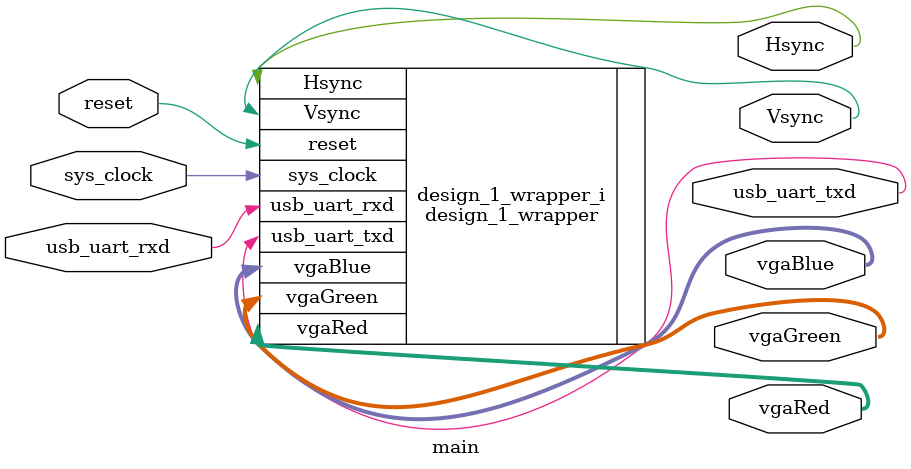
<source format=v>
`timescale 1ns / 1ps


module main
   (output wire Hsync,
    output wire Vsync,
    input wire reset,
    input wire sys_clock,
    input wire usb_uart_rxd,
    output wire usb_uart_txd,
    output wire [3:0] vgaGreen,
    output wire [3:0] vgaBlue,
    output wire [3:0] vgaRed
 );

 

  design_1_wrapper design_1_wrapper_i
       (.Hsync(Hsync),
   .Vsync(Vsync),
   .reset(reset),
   .sys_clock(sys_clock),
   .usb_uart_rxd(usb_uart_rxd),
   .usb_uart_txd(usb_uart_txd),
   .vgaBlue(vgaBlue),
   .vgaGreen(vgaGreen),
   .vgaRed(vgaRed));
   
//   always @(posedge sys_clock, posedge reset)
//        if(reset)
//            rgb_reg = 0;
//        else
//            rgb_reg = sw;
     
//   assign vgaRGB = active_video_out ? rgb_reg : 12'b0;
//    assign led[0] = locked;
//    assign led[1] = overflow;
//    assign led[2] = underflow;
//    assign led[4] = vtg_ce;
    
//    assign vgaRGB = active_video_out ? {{vid_data[23:20]},{vid_data[15:12]},{vid_data[7:4]}} : 12'b0;
    
endmodule

</source>
